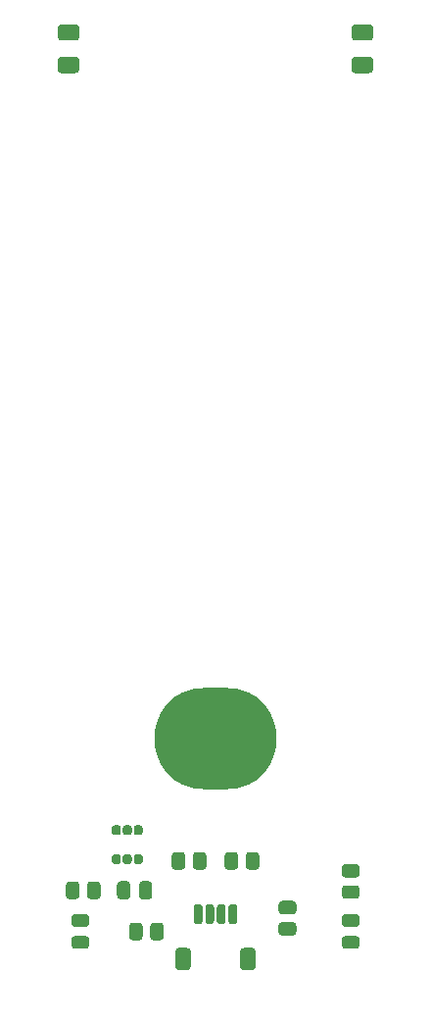
<source format=gts>
G04 #@! TF.GenerationSoftware,KiCad,Pcbnew,6.0.10-86aedd382b~118~ubuntu18.04.1*
G04 #@! TF.CreationDate,2024-08-26T14:17:38-06:00*
G04 #@! TF.ProjectId,ckt-axle,636b742d-6178-46c6-952e-6b696361645f,rev?*
G04 #@! TF.SameCoordinates,Original*
G04 #@! TF.FileFunction,Soldermask,Top*
G04 #@! TF.FilePolarity,Negative*
%FSLAX46Y46*%
G04 Gerber Fmt 4.6, Leading zero omitted, Abs format (unit mm)*
G04 Created by KiCad (PCBNEW 6.0.10-86aedd382b~118~ubuntu18.04.1) date 2024-08-26 14:17:38*
%MOMM*%
%LPD*%
G01*
G04 APERTURE LIST*
%ADD10O,10.552400X8.752400*%
G04 APERTURE END LIST*
G36*
G01*
X118722200Y-119057000D02*
X118722200Y-119957000D01*
G75*
G02*
X118396000Y-120283200I-326200J0D01*
G01*
X117871000Y-120283200D01*
G75*
G02*
X117544800Y-119957000I0J326200D01*
G01*
X117544800Y-119057000D01*
G75*
G02*
X117871000Y-118730800I326200J0D01*
G01*
X118396000Y-118730800D01*
G75*
G02*
X118722200Y-119057000I0J-326200D01*
G01*
G37*
G36*
G01*
X116897200Y-119057000D02*
X116897200Y-119957000D01*
G75*
G02*
X116571000Y-120283200I-326200J0D01*
G01*
X116046000Y-120283200D01*
G75*
G02*
X115719800Y-119957000I0J326200D01*
G01*
X115719800Y-119057000D01*
G75*
G02*
X116046000Y-118730800I326200J0D01*
G01*
X116571000Y-118730800D01*
G75*
G02*
X116897200Y-119057000I0J-326200D01*
G01*
G37*
G36*
G01*
X121180800Y-123513000D02*
X121180800Y-122613000D01*
G75*
G02*
X121507000Y-122286800I326200J0D01*
G01*
X122032000Y-122286800D01*
G75*
G02*
X122358200Y-122613000I0J-326200D01*
G01*
X122358200Y-123513000D01*
G75*
G02*
X122032000Y-123839200I-326200J0D01*
G01*
X121507000Y-123839200D01*
G75*
G02*
X121180800Y-123513000I0J326200D01*
G01*
G37*
G36*
G01*
X123005800Y-123513000D02*
X123005800Y-122613000D01*
G75*
G02*
X123332000Y-122286800I326200J0D01*
G01*
X123857000Y-122286800D01*
G75*
G02*
X124183200Y-122613000I0J-326200D01*
G01*
X124183200Y-123513000D01*
G75*
G02*
X123857000Y-123839200I-326200J0D01*
G01*
X123332000Y-123839200D01*
G75*
G02*
X123005800Y-123513000I0J326200D01*
G01*
G37*
G36*
G01*
X126774800Y-122196000D02*
X126774800Y-120946000D01*
G75*
G02*
X127001000Y-120719800I226200J0D01*
G01*
X127301000Y-120719800D01*
G75*
G02*
X127527200Y-120946000I0J-226200D01*
G01*
X127527200Y-122196000D01*
G75*
G02*
X127301000Y-122422200I-226200J0D01*
G01*
X127001000Y-122422200D01*
G75*
G02*
X126774800Y-122196000I0J226200D01*
G01*
G37*
G36*
G01*
X127774800Y-122196000D02*
X127774800Y-120946000D01*
G75*
G02*
X128001000Y-120719800I226200J0D01*
G01*
X128301000Y-120719800D01*
G75*
G02*
X128527200Y-120946000I0J-226200D01*
G01*
X128527200Y-122196000D01*
G75*
G02*
X128301000Y-122422200I-226200J0D01*
G01*
X128001000Y-122422200D01*
G75*
G02*
X127774800Y-122196000I0J226200D01*
G01*
G37*
G36*
G01*
X128774800Y-122196000D02*
X128774800Y-120946000D01*
G75*
G02*
X129001000Y-120719800I226200J0D01*
G01*
X129301000Y-120719800D01*
G75*
G02*
X129527200Y-120946000I0J-226200D01*
G01*
X129527200Y-122196000D01*
G75*
G02*
X129301000Y-122422200I-226200J0D01*
G01*
X129001000Y-122422200D01*
G75*
G02*
X128774800Y-122196000I0J226200D01*
G01*
G37*
G36*
G01*
X129774800Y-122196000D02*
X129774800Y-120946000D01*
G75*
G02*
X130001000Y-120719800I226200J0D01*
G01*
X130301000Y-120719800D01*
G75*
G02*
X130527200Y-120946000I0J-226200D01*
G01*
X130527200Y-122196000D01*
G75*
G02*
X130301000Y-122422200I-226200J0D01*
G01*
X130001000Y-122422200D01*
G75*
G02*
X129774800Y-122196000I0J226200D01*
G01*
G37*
G36*
G01*
X130774800Y-126096000D02*
X130774800Y-124796000D01*
G75*
G02*
X131101000Y-124469800I326200J0D01*
G01*
X131801000Y-124469800D01*
G75*
G02*
X132127200Y-124796000I0J-326200D01*
G01*
X132127200Y-126096000D01*
G75*
G02*
X131801000Y-126422200I-326200J0D01*
G01*
X131101000Y-126422200D01*
G75*
G02*
X130774800Y-126096000I0J326200D01*
G01*
G37*
G36*
G01*
X125174800Y-126096000D02*
X125174800Y-124796000D01*
G75*
G02*
X125501000Y-124469800I326200J0D01*
G01*
X126201000Y-124469800D01*
G75*
G02*
X126527200Y-124796000I0J-326200D01*
G01*
X126527200Y-126096000D01*
G75*
G02*
X126201000Y-126422200I-326200J0D01*
G01*
X125501000Y-126422200D01*
G75*
G02*
X125174800Y-126096000I0J326200D01*
G01*
G37*
G36*
G01*
X124863800Y-117417000D02*
X124863800Y-116517000D01*
G75*
G02*
X125190000Y-116190800I326200J0D01*
G01*
X125715000Y-116190800D01*
G75*
G02*
X126041200Y-116517000I0J-326200D01*
G01*
X126041200Y-117417000D01*
G75*
G02*
X125715000Y-117743200I-326200J0D01*
G01*
X125190000Y-117743200D01*
G75*
G02*
X124863800Y-117417000I0J326200D01*
G01*
G37*
G36*
G01*
X126688800Y-117417000D02*
X126688800Y-116517000D01*
G75*
G02*
X127015000Y-116190800I326200J0D01*
G01*
X127540000Y-116190800D01*
G75*
G02*
X127866200Y-116517000I0J-326200D01*
G01*
X127866200Y-117417000D01*
G75*
G02*
X127540000Y-117743200I-326200J0D01*
G01*
X127015000Y-117743200D01*
G75*
G02*
X126688800Y-117417000I0J326200D01*
G01*
G37*
G36*
G01*
X132438200Y-116517000D02*
X132438200Y-117417000D01*
G75*
G02*
X132112000Y-117743200I-326200J0D01*
G01*
X131587000Y-117743200D01*
G75*
G02*
X131260800Y-117417000I0J326200D01*
G01*
X131260800Y-116517000D01*
G75*
G02*
X131587000Y-116190800I326200J0D01*
G01*
X132112000Y-116190800D01*
G75*
G02*
X132438200Y-116517000I0J-326200D01*
G01*
G37*
G36*
G01*
X130613200Y-116517000D02*
X130613200Y-117417000D01*
G75*
G02*
X130287000Y-117743200I-326200J0D01*
G01*
X129762000Y-117743200D01*
G75*
G02*
X129435800Y-117417000I0J326200D01*
G01*
X129435800Y-116517000D01*
G75*
G02*
X129762000Y-116190800I326200J0D01*
G01*
X130287000Y-116190800D01*
G75*
G02*
X130613200Y-116517000I0J-326200D01*
G01*
G37*
G36*
G01*
X120236000Y-117246200D02*
X119926000Y-117246200D01*
G75*
G02*
X119694800Y-117015000I0J231200D01*
G01*
X119694800Y-116625000D01*
G75*
G02*
X119926000Y-116393800I231200J0D01*
G01*
X120236000Y-116393800D01*
G75*
G02*
X120467200Y-116625000I0J-231200D01*
G01*
X120467200Y-117015000D01*
G75*
G02*
X120236000Y-117246200I-231200J0D01*
G01*
G37*
G36*
G01*
X121186000Y-117246200D02*
X120876000Y-117246200D01*
G75*
G02*
X120644800Y-117015000I0J231200D01*
G01*
X120644800Y-116625000D01*
G75*
G02*
X120876000Y-116393800I231200J0D01*
G01*
X121186000Y-116393800D01*
G75*
G02*
X121417200Y-116625000I0J-231200D01*
G01*
X121417200Y-117015000D01*
G75*
G02*
X121186000Y-117246200I-231200J0D01*
G01*
G37*
G36*
G01*
X122136000Y-117246200D02*
X121826000Y-117246200D01*
G75*
G02*
X121594800Y-117015000I0J231200D01*
G01*
X121594800Y-116625000D01*
G75*
G02*
X121826000Y-116393800I231200J0D01*
G01*
X122136000Y-116393800D01*
G75*
G02*
X122367200Y-116625000I0J-231200D01*
G01*
X122367200Y-117015000D01*
G75*
G02*
X122136000Y-117246200I-231200J0D01*
G01*
G37*
G36*
G01*
X122136000Y-114746200D02*
X121826000Y-114746200D01*
G75*
G02*
X121594800Y-114515000I0J231200D01*
G01*
X121594800Y-114125000D01*
G75*
G02*
X121826000Y-113893800I231200J0D01*
G01*
X122136000Y-113893800D01*
G75*
G02*
X122367200Y-114125000I0J-231200D01*
G01*
X122367200Y-114515000D01*
G75*
G02*
X122136000Y-114746200I-231200J0D01*
G01*
G37*
G36*
G01*
X121186000Y-114746200D02*
X120876000Y-114746200D01*
G75*
G02*
X120644800Y-114515000I0J231200D01*
G01*
X120644800Y-114125000D01*
G75*
G02*
X120876000Y-113893800I231200J0D01*
G01*
X121186000Y-113893800D01*
G75*
G02*
X121417200Y-114125000I0J-231200D01*
G01*
X121417200Y-114515000D01*
G75*
G02*
X121186000Y-114746200I-231200J0D01*
G01*
G37*
G36*
G01*
X120236000Y-114746200D02*
X119926000Y-114746200D01*
G75*
G02*
X119694800Y-114515000I0J231200D01*
G01*
X119694800Y-114125000D01*
G75*
G02*
X119926000Y-113893800I231200J0D01*
G01*
X120236000Y-113893800D01*
G75*
G02*
X120467200Y-114125000I0J-231200D01*
G01*
X120467200Y-114515000D01*
G75*
G02*
X120236000Y-114746200I-231200J0D01*
G01*
G37*
G36*
G01*
X120139800Y-119982000D02*
X120139800Y-119032000D01*
G75*
G02*
X120466000Y-118705800I326200J0D01*
G01*
X120966000Y-118705800D01*
G75*
G02*
X121292200Y-119032000I0J-326200D01*
G01*
X121292200Y-119982000D01*
G75*
G02*
X120966000Y-120308200I-326200J0D01*
G01*
X120466000Y-120308200D01*
G75*
G02*
X120139800Y-119982000I0J326200D01*
G01*
G37*
G36*
G01*
X122039800Y-119982000D02*
X122039800Y-119032000D01*
G75*
G02*
X122366000Y-118705800I326200J0D01*
G01*
X122866000Y-118705800D01*
G75*
G02*
X123192200Y-119032000I0J-326200D01*
G01*
X123192200Y-119982000D01*
G75*
G02*
X122866000Y-120308200I-326200J0D01*
G01*
X122366000Y-120308200D01*
G75*
G02*
X122039800Y-119982000I0J326200D01*
G01*
G37*
G36*
G01*
X141976000Y-48964200D02*
X140726000Y-48964200D01*
G75*
G02*
X140399800Y-48638000I0J326200D01*
G01*
X140399800Y-47888000D01*
G75*
G02*
X140726000Y-47561800I326200J0D01*
G01*
X141976000Y-47561800D01*
G75*
G02*
X142302200Y-47888000I0J-326200D01*
G01*
X142302200Y-48638000D01*
G75*
G02*
X141976000Y-48964200I-326200J0D01*
G01*
G37*
G36*
G01*
X141976000Y-46164200D02*
X140726000Y-46164200D01*
G75*
G02*
X140399800Y-45838000I0J326200D01*
G01*
X140399800Y-45088000D01*
G75*
G02*
X140726000Y-44761800I326200J0D01*
G01*
X141976000Y-44761800D01*
G75*
G02*
X142302200Y-45088000I0J-326200D01*
G01*
X142302200Y-45838000D01*
G75*
G02*
X141976000Y-46164200I-326200J0D01*
G01*
G37*
G36*
G01*
X116576000Y-48964200D02*
X115326000Y-48964200D01*
G75*
G02*
X114999800Y-48638000I0J326200D01*
G01*
X114999800Y-47888000D01*
G75*
G02*
X115326000Y-47561800I326200J0D01*
G01*
X116576000Y-47561800D01*
G75*
G02*
X116902200Y-47888000I0J-326200D01*
G01*
X116902200Y-48638000D01*
G75*
G02*
X116576000Y-48964200I-326200J0D01*
G01*
G37*
G36*
G01*
X116576000Y-46164200D02*
X115326000Y-46164200D01*
G75*
G02*
X114999800Y-45838000I0J326200D01*
G01*
X114999800Y-45088000D01*
G75*
G02*
X115326000Y-44761800I326200J0D01*
G01*
X116576000Y-44761800D01*
G75*
G02*
X116902200Y-45088000I0J-326200D01*
G01*
X116902200Y-45838000D01*
G75*
G02*
X116576000Y-46164200I-326200J0D01*
G01*
G37*
G36*
G01*
X140791250Y-124564200D02*
X139878750Y-124564200D01*
G75*
G02*
X139558800Y-124244250I0J319950D01*
G01*
X139558800Y-123756750D01*
G75*
G02*
X139878750Y-123436800I319950J0D01*
G01*
X140791250Y-123436800D01*
G75*
G02*
X141111200Y-123756750I0J-319950D01*
G01*
X141111200Y-124244250D01*
G75*
G02*
X140791250Y-124564200I-319950J0D01*
G01*
G37*
G36*
G01*
X140791250Y-122689200D02*
X139878750Y-122689200D01*
G75*
G02*
X139558800Y-122369250I0J319950D01*
G01*
X139558800Y-121881750D01*
G75*
G02*
X139878750Y-121561800I319950J0D01*
G01*
X140791250Y-121561800D01*
G75*
G02*
X141111200Y-121881750I0J-319950D01*
G01*
X141111200Y-122369250D01*
G75*
G02*
X140791250Y-122689200I-319950J0D01*
G01*
G37*
G36*
G01*
X135324000Y-123421200D02*
X134424000Y-123421200D01*
G75*
G02*
X134097800Y-123095000I0J326200D01*
G01*
X134097800Y-122570000D01*
G75*
G02*
X134424000Y-122243800I326200J0D01*
G01*
X135324000Y-122243800D01*
G75*
G02*
X135650200Y-122570000I0J-326200D01*
G01*
X135650200Y-123095000D01*
G75*
G02*
X135324000Y-123421200I-326200J0D01*
G01*
G37*
G36*
G01*
X135324000Y-121596200D02*
X134424000Y-121596200D01*
G75*
G02*
X134097800Y-121270000I0J326200D01*
G01*
X134097800Y-120745000D01*
G75*
G02*
X134424000Y-120418800I326200J0D01*
G01*
X135324000Y-120418800D01*
G75*
G02*
X135650200Y-120745000I0J-326200D01*
G01*
X135650200Y-121270000D01*
G75*
G02*
X135324000Y-121596200I-326200J0D01*
G01*
G37*
D10*
X128651000Y-106426000D03*
G36*
G01*
X117423250Y-124564200D02*
X116510750Y-124564200D01*
G75*
G02*
X116190800Y-124244250I0J319950D01*
G01*
X116190800Y-123756750D01*
G75*
G02*
X116510750Y-123436800I319950J0D01*
G01*
X117423250Y-123436800D01*
G75*
G02*
X117743200Y-123756750I0J-319950D01*
G01*
X117743200Y-124244250D01*
G75*
G02*
X117423250Y-124564200I-319950J0D01*
G01*
G37*
G36*
G01*
X117423250Y-122689200D02*
X116510750Y-122689200D01*
G75*
G02*
X116190800Y-122369250I0J319950D01*
G01*
X116190800Y-121881750D01*
G75*
G02*
X116510750Y-121561800I319950J0D01*
G01*
X117423250Y-121561800D01*
G75*
G02*
X117743200Y-121881750I0J-319950D01*
G01*
X117743200Y-122369250D01*
G75*
G02*
X117423250Y-122689200I-319950J0D01*
G01*
G37*
G36*
G01*
X140785000Y-120246200D02*
X139885000Y-120246200D01*
G75*
G02*
X139558800Y-119920000I0J326200D01*
G01*
X139558800Y-119395000D01*
G75*
G02*
X139885000Y-119068800I326200J0D01*
G01*
X140785000Y-119068800D01*
G75*
G02*
X141111200Y-119395000I0J-326200D01*
G01*
X141111200Y-119920000D01*
G75*
G02*
X140785000Y-120246200I-326200J0D01*
G01*
G37*
G36*
G01*
X140785000Y-118421200D02*
X139885000Y-118421200D01*
G75*
G02*
X139558800Y-118095000I0J326200D01*
G01*
X139558800Y-117570000D01*
G75*
G02*
X139885000Y-117243800I326200J0D01*
G01*
X140785000Y-117243800D01*
G75*
G02*
X141111200Y-117570000I0J-326200D01*
G01*
X141111200Y-118095000D01*
G75*
G02*
X140785000Y-118421200I-326200J0D01*
G01*
G37*
M02*

</source>
